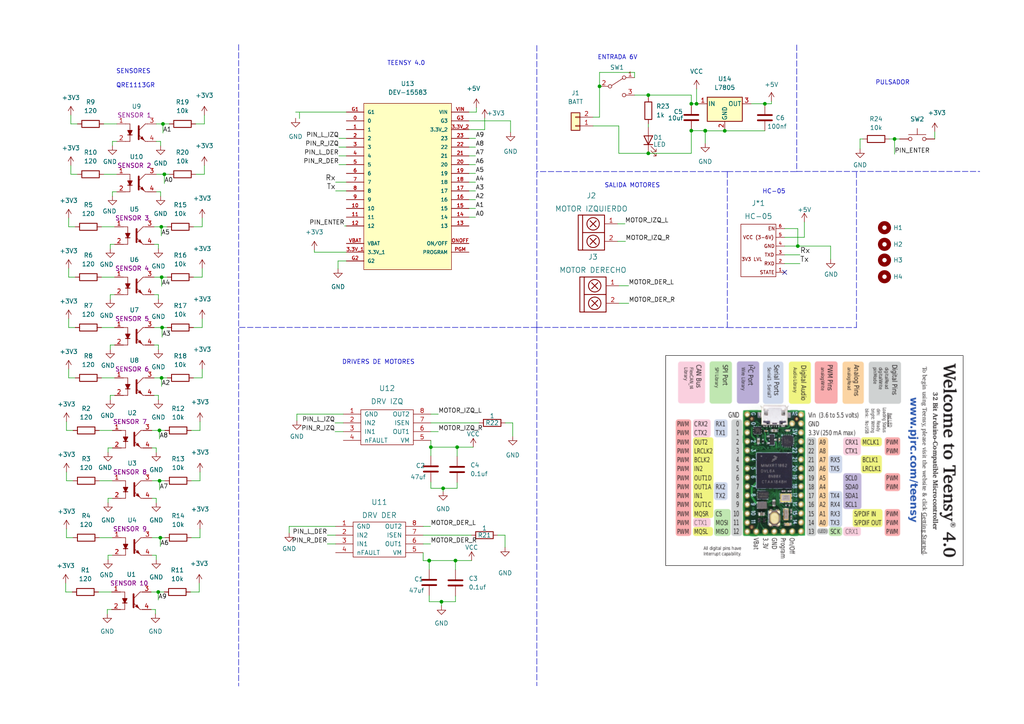
<source format=kicad_sch>
(kicad_sch (version 20211123) (generator eeschema)
  (paper "A4")
  (lib_symbols
    (symbol "+3V3_1" (power) (pin_names (offset 0))
      (property "Value" "+3V3_1" (at 0 3.556 0))
      (symbol "+3V3_1_1_1"
        (pin power_in line (at 0 0 90) (length 0) hide (name "+3V3") (number "1"))
      )
    )
    (symbol "+3V3_2" (power) (pin_names (offset 0))
      (property "Value" "+3V3_2" (at 0 3.556 0))
      (symbol "+3V3_2_1_1"
        (pin power_in line (at 0 0 90) (length 0) hide (name "+3V3") (number "1"))
      )
    )
    (symbol "+5V_1" (power) (pin_names (offset 0))
      (property "Value" "+5V_1" (at 0 3.556 0))
      (symbol "+5V_1_1_1"
        (pin power_in line (at 0 0 90) (length 0) hide (name "+5V") (number "1"))
      )
    )
    (symbol "+5V_2" (power) (pin_names (offset 0))
      (property "Value" "+5V_2" (at 0 3.556 0))
      (symbol "+5V_2_1_1"
        (pin power_in line (at 0 0 90) (length 0) hide (name "+5V") (number "1"))
      )
    )
    (symbol "Connector_Generic:Conn_01x02" (pin_names (offset 1.016) hide)
      (property "Reference" "J" (at 0 2.54 0))
      (property "Value" "Conn_01x02" (at 0 -5.08 0))
      (symbol "Conn_01x02_1_1"
        (pin passive line (at -5.08 0 0) (length 3.81) (name "Pin_1") (number "1"))
        (pin passive line (at -5.08 -2.54 0) (length 3.81) (name "Pin_2") (number "2"))
      )
    )
    (symbol "DEV-15583:DEV-15583" (pin_names (offset 1.016))
      (property "Reference" "U" (at -12.7 23.622 0))
      (property "Value" "DEV-15583" (at -12.7 -27.94 0))
      (symbol "DEV-15583_0_0"
        (pin bidirectional line (at -17.78 17.78 0) (length 5.08) (name "0") (number "0"))
        (pin bidirectional line (at -17.78 15.24 0) (length 5.08) (name "1") (number "1"))
        (pin bidirectional line (at -17.78 -7.62 0) (length 5.08) (name "10") (number "10"))
        (pin bidirectional line (at -17.78 -10.16 0) (length 5.08) (name "11") (number "11"))
        (pin bidirectional line (at -17.78 -12.7 0) (length 5.08) (name "12") (number "12"))
        (pin bidirectional line (at 17.78 -12.7 180) (length 5.08) (name "13") (number "13"))
        (pin bidirectional line (at 17.78 -10.16 180) (length 5.08) (name "14") (number "14"))
        (pin bidirectional line (at 17.78 -7.62 180) (length 5.08) (name "15") (number "15"))
        (pin bidirectional line (at 17.78 -5.08 180) (length 5.08) (name "16") (number "16"))
        (pin bidirectional line (at 17.78 -2.54 180) (length 5.08) (name "17") (number "17"))
        (pin bidirectional line (at 17.78 0 180) (length 5.08) (name "18") (number "18"))
        (pin bidirectional line (at 17.78 2.54 180) (length 5.08) (name "19") (number "19"))
        (pin bidirectional line (at -17.78 12.7 0) (length 5.08) (name "2") (number "2"))
        (pin bidirectional line (at 17.78 5.08 180) (length 5.08) (name "20") (number "20"))
        (pin bidirectional line (at 17.78 7.62 180) (length 5.08) (name "21") (number "21"))
        (pin bidirectional line (at 17.78 10.16 180) (length 5.08) (name "22") (number "22"))
        (pin bidirectional line (at 17.78 12.7 180) (length 5.08) (name "23") (number "23"))
        (pin bidirectional line (at -17.78 10.16 0) (length 5.08) (name "3") (number "3"))
        (pin power_in line (at -17.78 -20.32 0) (length 5.08) (name "3.3V_1") (number "3.3V_1"))
        (pin power_in line (at 17.78 15.24 180) (length 5.08) (name "3.3V_2") (number "3.3V_2"))
        (pin bidirectional line (at -17.78 7.62 0) (length 5.08) (name "4") (number "4"))
        (pin bidirectional line (at -17.78 5.08 0) (length 5.08) (name "5") (number "5"))
        (pin bidirectional line (at -17.78 2.54 0) (length 5.08) (name "6") (number "6"))
        (pin bidirectional line (at -17.78 0 0) (length 5.08) (name "7") (number "7"))
        (pin bidirectional line (at -17.78 -2.54 0) (length 5.08) (name "8") (number "8"))
        (pin bidirectional line (at -17.78 -5.08 0) (length 5.08) (name "9") (number "9"))
        (pin power_in line (at -17.78 20.32 0) (length 5.08) (name "G1") (number "G1"))
        (pin power_in line (at -17.78 -22.86 0) (length 5.08) (name "G2") (number "G2"))
        (pin power_in line (at 17.78 17.78 180) (length 5.08) (name "G3") (number "G3"))
        (pin bidirectional line (at 17.78 -17.78 180) (length 5.08) (name "ON/OFF") (number "ONOFF"))
        (pin bidirectional line (at 17.78 -20.32 180) (length 5.08) (name "PROGRAM") (number "PGM"))
        (pin power_in line (at -17.78 -17.78 0) (length 5.08) (name "VBAT") (number "VBAT"))
        (pin power_in line (at 17.78 20.32 180) (length 5.08) (name "VIN") (number "VIN"))
      )
    )
    (symbol "Device:C" (pin_numbers hide) (pin_names (offset 0.254))
      (property "Reference" "C" (at 0.635 2.54 0))
      (property "Value" "C" (at 0.635 -2.54 0))
      (symbol "C_1_1"
        (pin passive line (at 0 3.81 270) (length 2.794) (name "~") (number "1"))
        (pin passive line (at 0 -3.81 90) (length 2.794) (name "~") (number "2"))
      )
    )
    (symbol "Device:LED" (pin_numbers hide) (pin_names (offset 1.016) hide)
      (property "Reference" "D" (at 0 2.54 0))
      (property "Value" "LED" (at 0 -2.54 0))
      (symbol "LED_1_1"
        (pin passive line (at -3.81 0 0) (length 2.54) (name "K") (number "1"))
        (pin passive line (at 3.81 0 180) (length 2.54) (name "A") (number "2"))
      )
    )
    (symbol "Device:R" (pin_numbers hide) (pin_names (offset 0))
      (property "Reference" "R" (at 2.032 0 90))
      (property "Value" "R" (at 0 0 90))
      (symbol "R_1_1"
        (pin passive line (at 0 3.81 270) (length 1.27) (name "~") (number "1"))
        (pin passive line (at 0 -3.81 90) (length 1.27) (name "~") (number "2"))
      )
    )
    (symbol "EESTN58:SW_Push" (pin_numbers hide) (pin_names (offset 1.016) hide)
      (property "Reference" "SW" (at 1.27 2.54 0))
      (symbol "SW_Push_0_1"
        (pin passive line (at -5.08 0 0) (length 2.54) (name "1") (number "1"))
        (pin passive line (at 5.08 0 180) (length 2.54) (name "2") (number "2"))
      )
    )
    (symbol "EESTN5:DRV8872" (pin_names (offset 1.016))
      (property "Reference" "U" (at 0 6.35 0))
      (property "Value" "DRV8872" (at 0 -7.62 0))
      (symbol "DRV8872_1_1"
        (pin passive line (at -12.7 3.81 0) (length 5.08) (name "GND") (number "1"))
        (pin passive line (at -12.7 1.27 0) (length 5.08) (name "IN2") (number "2"))
        (pin passive line (at -12.7 -1.27 0) (length 5.08) (name "IN1") (number "3"))
        (pin passive line (at -12.7 -3.81 0) (length 5.08) (name "nFAULT") (number "4"))
        (pin passive line (at 12.7 -3.81 180) (length 5.08) (name "VM") (number "5"))
        (pin passive line (at 12.7 -1.27 180) (length 5.08) (name "OUT1") (number "6"))
        (pin passive line (at 12.7 1.27 180) (length 5.08) (name "ISEN") (number "7"))
        (pin passive line (at 12.7 3.81 180) (length 5.08) (name "OUT2") (number "8"))
      )
    )
    (symbol "EESTN5:HC-05" (pin_names (offset 0))
      (property "Reference" "J*" (at 1.27 10.16 0))
      (property "Value" "HC-05" (at 1.27 -10.16 0))
      (symbol "HC-05_0_0"
        (text "3V3 LVL" (at 6.985 2.54 0) (effects (font (size 0.9906 0.9906))))
        (text "EN" (at 1.27 -6.35 0) (effects (font (size 0.9906 0.9906))))
        (text "GND" (at 1.905 -1.27 0) (effects (font (size 0.9906 0.9906))))
        (text "RXD" (at 1.905 3.81 0) (effects (font (size 0.9906 0.9906))))
        (text "STATE" (at 2.54 6.35 0) (effects (font (size 0.9906 0.9906))))
        (text "TXD" (at 1.905 1.27 0) (effects (font (size 0.9906 0.9906))))
        (text "VCC (3-6V)" (at 5.08 -3.81 0) (effects (font (size 0.9906 0.9906))))
      )
      (symbol "HC-05_1_1"
        (pin passive line (at -2.54 6.35 0) (length 2.54) (name "~") (number "1"))
        (pin passive line (at -2.54 3.81 0) (length 2.54) (name "~") (number "2"))
        (pin passive line (at -2.54 1.27 0) (length 2.54) (name "~") (number "3"))
        (pin passive line (at -2.54 -1.27 0) (length 2.54) (name "~") (number "4"))
        (pin input line (at -2.54 -3.81 0) (length 2.54) (name "~") (number "5"))
        (pin input line (at -2.54 -6.35 0) (length 2.54) (name "~") (number "6"))
      )
    )
    (symbol "EESTN5:Mounting_Hole" (pin_names (offset 1.016))
      (property "Reference" "H" (at 0 5.08 0))
    )
    (symbol "EESTN5:QRE1113" (pin_names (offset 1.016))
      (property "Reference" "U" (at -5.08 5.08 0))
      (property "Datasheet" "https://www.fairchildsemi.com/products/optoelectronics/infrared/reflective-sensors/QRE1113.html" (at -1.27 0 0))
      (symbol "QRE1113_1_1"
        (pin passive line (at -5.08 2.54 0) (length 2.54) (name "~") (number "1"))
        (pin passive line (at -5.08 -2.54 0) (length 2.54) (name "~") (number "2"))
        (pin passive line (at 6.35 2.54 180) (length 2.54) (name "~") (number "3"))
        (pin passive line (at 6.35 -2.54 180) (length 2.54) (name "~") (number "4"))
      )
    )
    (symbol "EESTN5:SW_SPDT" (pin_names (offset 0) hide)
      (property "Reference" "SW" (at 0 4.318 0))
      (symbol "SW_SPDT_1_1"
        (pin passive line (at 5.08 2.54 180) (length 2.54) (name "A") (number "1"))
        (pin passive line (at -5.08 0 0) (length 2.54) (name "B") (number "2"))
        (pin passive line (at 5.08 -2.54 180) (length 2.54) (name "C") (number "3"))
      )
    )
    (symbol "EESvggTN5:TB_1X2" (pin_names (offset 1.016))
      (property "Reference" "J" (at 0 7.62 0))
      (property "Value" "TB_1X2" (at 1.27 -7.62 0))
      (symbol "TB_1X2_1_1"
        (pin input line (at 8.89 2.54 180) (length 3.81) (name "~") (number "1"))
        (pin input line (at 8.89 -2.54 180) (length 3.81) (name "~") (number "2"))
      )
    )
    (symbol "GND_1" (power) (pin_names (offset 0))
      (property "Value" "GND_1" (at 0 -3.81 0))
      (symbol "GND_1_1_1"
        (pin power_in line (at 0 0 270) (length 0) hide (name "GND") (number "1"))
      )
    )
    (symbol "GND_2" (power) (pin_names (offset 0))
      (property "Value" "GND_2" (at 0 -3.81 0))
      (symbol "GND_2_1_1"
        (pin power_in line (at 0 0 270) (length 0) hide (name "GND") (number "1"))
      )
    )
    (symbol "GND_3" (power) (pin_names (offset 0))
      (property "Value" "GND_3" (at 0 -3.81 0))
      (symbol "GND_3_1_1"
        (pin power_in line (at 0 0 270) (length 0) hide (name "GND") (number "1"))
      )
    )
    (symbol "GND_4" (power) (pin_names (offset 0))
      (property "Value" "GND_4" (at 0 -3.81 0))
      (symbol "GND_4_1_1"
        (pin power_in line (at 0 0 270) (length 0) hide (name "GND") (number "1"))
      )
    )
    (symbol "GND_5" (power) (pin_names (offset 0))
      (property "Value" "GND_5" (at 0 -3.81 0))
      (symbol "GND_5_1_1"
        (pin power_in line (at 0 0 270) (length 0) hide (name "GND") (number "1"))
      )
    )
    (symbol "GND_6" (power) (pin_names (offset 0))
      (property "Value" "GND_6" (at 0 -3.81 0))
      (symbol "GND_6_1_1"
        (pin power_in line (at 0 0 270) (length 0) hide (name "GND") (number "1"))
      )
    )
    (symbol "GND_7" (power) (pin_names (offset 0))
      (property "Value" "GND_7" (at 0 -3.81 0))
      (symbol "GND_7_1_1"
        (pin power_in line (at 0 0 270) (length 0) hide (name "GND") (number "1"))
      )
    )
    (symbol "GND_8" (power) (pin_names (offset 0))
      (property "Value" "GND_8" (at 0 -3.81 0))
      (symbol "GND_8_1_1"
        (pin power_in line (at 0 0 270) (length 0) hide (name "GND") (number "1"))
      )
    )
    (symbol "Regulator_Linear:L7805" (pin_names (offset 0.254))
      (property "Reference" "U" (at -3.81 3.175 0))
      (property "Value" "L7805" (at 0 3.175 0))
      (symbol "L7805_1_1"
        (pin power_in line (at -7.62 0 0) (length 2.54) (name "IN") (number "1"))
        (pin power_in line (at 0 -7.62 90) (length 2.54) (name "GND") (number "2"))
        (pin power_out line (at 7.62 0 180) (length 2.54) (name "OUT") (number "3"))
      )
    )
    (symbol "power:+3.3V" (power) (pin_names (offset 0))
      (property "Value" "+3.3V" (at 0 3.556 0))
      (symbol "+3.3V_1_1"
        (pin power_in line (at 0 0 90) (length 0) hide (name "+3V3") (number "1"))
      )
    )
    (symbol "power:+3V3" (power) (pin_names (offset 0))
      (property "Value" "+3V3" (at 0 3.556 0))
      (symbol "+3V3_1_1"
        (pin power_in line (at 0 0 90) (length 0) hide (name "+3V3") (number "1"))
      )
    )
    (symbol "power:+5V" (power) (pin_names (offset 0))
      (property "Value" "+5V" (at 0 3.556 0))
      (symbol "+5V_1_1"
        (pin power_in line (at 0 0 90) (length 0) hide (name "+5V") (number "1"))
      )
    )
    (symbol "power:GND" (power) (pin_names (offset 0))
      (property "Value" "GND" (at 0 -3.81 0))
      (symbol "GND_1_1"
        (pin power_in line (at 0 0 270) (length 0) hide (name "GND") (number "1"))
      )
    )
    (symbol "power:VCC" (power) (pin_names (offset 0))
      (property "Value" "VCC" (at 0 3.81 0))
      (symbol "VCC_1_1"
        (pin power_in line (at 0 0 90) (length 0) hide (name "VCC") (number "1"))
      )
    )
  )
  (junction (at 188.0362 27.5844))
  (junction (at 221.8436 30.099))
  (junction (at 204.5462 37.9476))
  (junction (at 46.863 109.601))
  (junction (at 47.6758 50.546))
  (junction (at 132.588 129.6924))
  (junction (at 204.5462 37.8968))
  (junction (at 200.5076 37.8968))
  (junction (at 259.461 40.3098))
  (junction (at 46.2788 139.446))
  (junction (at 128.524 141.6304))
  (junction (at 45.8978 171.704))
  (junction (at 47.2694 35.941))
  (junction (at 132.1054 162.5854))
  (junction (at 124.4854 162.6108))
  (junction (at 46.2534 124.841))
  (junction (at 202.0316 30.099))
  (junction (at 231.394 71.374))
  (junction (at 124.968 129.6924))
  (junction (at 210.2104 37.9476))
  (junction (at 124.4854 162.5854))
  (junction (at 46.5074 155.956))
  (junction (at 188.0362 44.4754))
  (junction (at 128.0414 174.5234))
  (junction (at 200.5076 30.099))
  (junction (at 46.8884 80.391))
  (junction (at 47.0154 94.996))
  (junction (at 173.8884 25.0444))
  (junction (at 46.7868 65.786))
  (no_connect (at 227.584 78.994))
  (wire (pts (xy 144.3228 155.2194) (xy 146.4818 155.2194)))
  (wire (pts (xy 136.017 35.052) (xy 148.082 35.052)))
  (wire (pts (xy 146.4818 155.2194) (xy 146.4818 158.7754)))
  (wire (pts (xy 30.0736 50.546) (xy 33.8836 50.546)))
  (wire (pts (xy 31.115 176.784) (xy 31.115 178.054)))
  (wire (pts (xy 22.4536 35.941) (xy 20.5486 35.941)))
  (wire (pts (xy 58.6486 63.246) (xy 58.6486 65.786)))
  (wire (pts (xy 172.0088 36.5252) (xy 179.4764 36.5252)))
  (wire (pts (xy 200.5076 30.099) (xy 200.5076 30.2768)))
  (wire (pts (xy 200.5076 27.5844) (xy 200.5076 30.099)))
  (wire (pts (xy 57.785 171.704) (xy 55.245 171.704)))
  (wire (pts (xy 45.3136 129.921) (xy 45.3136 131.191)))
  (wire (pts (xy 45.3136 161.036) (xy 45.3136 162.306)))
  (wire (pts (xy 46.8884 80.391) (xy 48.4886 80.391)))
  (wire (pts (xy 21.1836 124.841) (xy 19.2786 124.841)))
  (wire (pts (xy 21.8186 80.391) (xy 19.9136 80.391)))
  (wire (pts (xy 47.2694 35.941) (xy 47.2694 38.5826)))
  (polyline (pts (xy 210.947 94.9706) (xy 210.947 49.7078)))
  (wire (pts (xy 128.0414 174.5234) (xy 132.1054 174.5234)))
  (wire (pts (xy 97.3328 55.372) (xy 100.457 55.372)))
  (wire (pts (xy 44.6786 109.601) (xy 46.863 109.601)))
  (wire (pts (xy 29.4386 65.786) (xy 33.2486 65.786)))
  (wire (pts (xy 148.082 35.052) (xy 148.082 38.354)))
  (wire (pts (xy 45.3136 35.941) (xy 47.2694 35.941)))
  (wire (pts (xy 47.6758 50.546) (xy 47.6758 53.213)))
  (wire (pts (xy 33.8836 55.626) (xy 32.6136 55.626)))
  (wire (pts (xy 200.5076 37.8968) (xy 200.5076 44.4754)))
  (wire (pts (xy 58.0136 155.956) (xy 55.4736 155.956)))
  (wire (pts (xy 124.968 122.6566) (xy 138.938 122.6566)))
  (wire (pts (xy 46.5074 155.956) (xy 47.8536 155.956)))
  (wire (pts (xy 232.029 73.914) (xy 227.584 73.914)))
  (wire (pts (xy 33.2486 85.471) (xy 31.9786 85.471)))
  (wire (pts (xy 83.8708 152.6794) (xy 83.8708 154.5844)))
  (polyline (pts (xy 155.702 94.9706) (xy 155.702 198.8566)))
  (polyline (pts (xy 248.412 94.996) (xy 248.412 49.784)))
  (wire (pts (xy 46.7868 65.786) (xy 46.7868 68.4022)))
  (wire (pts (xy 85.725 32.512) (xy 100.457 32.512)))
  (wire (pts (xy 132.1054 172.8724) (xy 132.1054 174.5234)))
  (wire (pts (xy 128.0414 174.5234) (xy 128.0414 175.6918)))
  (wire (pts (xy 19.05 171.704) (xy 19.05 169.164)))
  (wire (pts (xy 124.4854 174.5234) (xy 128.0414 174.5234)))
  (wire (pts (xy 45.8978 171.704) (xy 45.8978 174.0154)))
  (wire (pts (xy 20.5486 50.546) (xy 20.5486 48.006)))
  (wire (pts (xy 45.9486 85.471) (xy 45.9486 86.741)))
  (wire (pts (xy 33.2486 70.866) (xy 31.9786 70.866)))
  (wire (pts (xy 179.1462 70.0024) (xy 181.4322 70.0024)))
  (wire (pts (xy 259.461 40.3098) (xy 259.461 44.704)))
  (wire (pts (xy 31.9786 100.076) (xy 31.9786 101.346)))
  (wire (pts (xy 44.0436 139.446) (xy 46.2788 139.446)))
  (wire (pts (xy 19.9136 80.391) (xy 19.9136 77.851)))
  (wire (pts (xy 45.9486 100.076) (xy 45.9486 101.346)))
  (wire (pts (xy 44.0436 129.921) (xy 45.3136 129.921)))
  (wire (pts (xy 46.5836 55.626) (xy 46.5836 56.896)))
  (wire (pts (xy 46.5074 155.956) (xy 46.5074 158.496)))
  (wire (pts (xy 28.8036 139.446) (xy 32.6136 139.446)))
  (wire (pts (xy 44.0436 144.526) (xy 45.3136 144.526)))
  (wire (pts (xy 259.461 40.3098) (xy 260.9596 40.3098)))
  (wire (pts (xy 100.457 47.752) (xy 98.298 47.752)))
  (wire (pts (xy 124.4854 165.1254) (xy 124.4854 162.6108)))
  (wire (pts (xy 202.0316 25.8064) (xy 202.0316 30.099)))
  (wire (pts (xy 179.1462 64.9224) (xy 181.2798 64.9224)))
  (wire (pts (xy 47.0154 94.996) (xy 48.4886 94.996)))
  (wire (pts (xy 46.863 109.601) (xy 48.4886 109.601)))
  (wire (pts (xy 32.6136 41.021) (xy 32.6136 42.291)))
  (wire (pts (xy 204.5462 37.9476) (xy 204.5462 41.529)))
  (wire (pts (xy 43.815 171.704) (xy 45.8978 171.704)))
  (wire (pts (xy 233.299 68.834) (xy 227.584 68.834)))
  (wire (pts (xy 46.2788 139.446) (xy 46.2788 142.113)))
  (wire (pts (xy 44.6786 70.866) (xy 45.9486 70.866)))
  (wire (pts (xy 132.588 139.9794) (xy 132.588 141.6304)))
  (wire (pts (xy 98.044 75.692) (xy 98.044 77.978)))
  (wire (pts (xy 57.785 169.164) (xy 57.785 171.704)))
  (wire (pts (xy 124.968 129.6924) (xy 124.968 132.207)))
  (wire (pts (xy 45.3136 41.021) (xy 46.5836 41.021)))
  (polyline (pts (xy 211.074 94.996) (xy 248.412 94.996)))
  (wire (pts (xy 94.9198 155.2194) (xy 97.3328 155.2194)))
  (wire (pts (xy 94.9198 157.7594) (xy 97.3328 157.7594)))
  (wire (pts (xy 227.584 71.374) (xy 231.394 71.374)))
  (wire (pts (xy 47.2694 35.941) (xy 49.1236 35.941)))
  (wire (pts (xy 58.0136 122.301) (xy 58.0136 124.841)))
  (wire (pts (xy 33.8836 41.021) (xy 32.6136 41.021)))
  (wire (pts (xy 271.1196 38.227) (xy 271.1196 40.3098)))
  (wire (pts (xy 86.868 32.6136) (xy 86.868 34.3916)))
  (wire (pts (xy 46.2534 124.841) (xy 46.2534 127.3048)))
  (wire (pts (xy 19.9136 65.786) (xy 19.9136 63.246)))
  (wire (pts (xy 232.029 76.454) (xy 227.584 76.454)))
  (polyline (pts (xy 155.702 13.1826) (xy 155.702 94.9706)))
  (wire (pts (xy 221.8436 30.099) (xy 223.7486 30.099)))
  (wire (pts (xy 210.2104 37.719) (xy 210.2104 37.9476)))
  (wire (pts (xy 45.3136 55.626) (xy 46.5836 55.626)))
  (wire (pts (xy 97.3328 52.832) (xy 100.457 52.832)))
  (wire (pts (xy 124.968 120.1166) (xy 127.127 120.1166)))
  (wire (pts (xy 136.017 47.752) (xy 137.922 47.752)))
  (wire (pts (xy 136.017 57.912) (xy 137.922 57.912)))
  (wire (pts (xy 136.017 52.832) (xy 137.922 52.832)))
  (polyline (pts (xy 155.6766 94.9706) (xy 210.947 94.9706)))
  (wire (pts (xy 31.3436 129.921) (xy 31.3436 131.191)))
  (wire (pts (xy 44.6786 85.471) (xy 45.9486 85.471)))
  (wire (pts (xy 83.8708 152.6794) (xy 97.3328 152.6794)))
  (wire (pts (xy 44.6786 94.996) (xy 47.0154 94.996)))
  (wire (pts (xy 21.1836 155.956) (xy 19.2786 155.956)))
  (wire (pts (xy 140.589 34.3154) (xy 140.589 37.592)))
  (wire (pts (xy 29.4386 109.601) (xy 33.2486 109.601)))
  (wire (pts (xy 136.017 62.992) (xy 137.922 62.992)))
  (wire (pts (xy 21.8186 109.601) (xy 19.9136 109.601)))
  (wire (pts (xy 32.6136 129.921) (xy 31.3436 129.921)))
  (wire (pts (xy 231.394 71.374) (xy 240.919 71.374)))
  (wire (pts (xy 58.6486 107.061) (xy 58.6486 109.601)))
  (wire (pts (xy 46.863 109.601) (xy 46.863 112.0648)))
  (wire (pts (xy 58.6486 80.391) (xy 56.1086 80.391)))
  (wire (pts (xy 58.0136 139.446) (xy 55.4736 139.446)))
  (wire (pts (xy 132.1054 162.5854) (xy 132.1054 165.2524)))
  (wire (pts (xy 223.7486 29.3624) (xy 223.7486 30.099)))
  (wire (pts (xy 46.2534 124.841) (xy 47.8536 124.841)))
  (wire (pts (xy 132.1054 162.5854) (xy 136.779 162.5854)))
  (wire (pts (xy 20.5486 35.941) (xy 20.5486 33.401)))
  (wire (pts (xy 249.4534 40.3098) (xy 250.2916 40.3098)))
  (wire (pts (xy 98.298 40.132) (xy 100.457 40.132)))
  (wire (pts (xy 47.6758 50.546) (xy 49.1236 50.546)))
  (wire (pts (xy 122.7328 155.2194) (xy 136.7028 155.2194)))
  (wire (pts (xy 59.2836 50.546) (xy 56.7436 50.546)))
  (wire (pts (xy 43.815 176.784) (xy 45.085 176.784)))
  (wire (pts (xy 31.9786 114.681) (xy 31.9786 115.951)))
  (wire (pts (xy 44.0436 161.036) (xy 45.3136 161.036)))
  (wire (pts (xy 122.7328 162.6108) (xy 124.4854 162.6108)))
  (wire (pts (xy 45.085 176.784) (xy 45.085 178.054)))
  (wire (pts (xy 200.5076 44.4754) (xy 188.0362 44.4754)))
  (wire (pts (xy 45.9486 114.681) (xy 45.9486 115.951)))
  (wire (pts (xy 58.6486 65.786) (xy 56.1086 65.786)))
  (wire (pts (xy 146.558 122.6566) (xy 148.717 122.6566)))
  (wire (pts (xy 31.9786 70.866) (xy 31.9786 72.136)))
  (wire (pts (xy 21.1836 139.446) (xy 19.2786 139.446)))
  (polyline (pts (xy 155.702 94.9706) (xy 69.215 94.9706)))
  (wire (pts (xy 179.4764 44.4754) (xy 188.0362 44.4754)))
  (wire (pts (xy 122.7328 162.6108) (xy 122.7328 160.2994)))
  (wire (pts (xy 28.8036 124.841) (xy 32.6136 124.841)))
  (wire (pts (xy 58.6486 94.996) (xy 56.1086 94.996)))
  (wire (pts (xy 45.3136 144.526) (xy 45.3136 145.796)))
  (wire (pts (xy 45.3136 50.546) (xy 47.6758 50.546)))
  (wire (pts (xy 31.3436 144.526) (xy 31.3436 145.796)))
  (wire (pts (xy 33.2486 114.681) (xy 31.9786 114.681)))
  (wire (pts (xy 124.4854 162.5854) (xy 132.1054 162.5854)))
  (wire (pts (xy 32.6136 144.526) (xy 31.3436 144.526)))
  (wire (pts (xy 86.106 120.1166) (xy 86.106 122.0216)))
  (wire (pts (xy 59.2836 35.941) (xy 56.7436 35.941)))
  (wire (pts (xy 58.6486 109.601) (xy 56.1086 109.601)))
  (wire (pts (xy 30.0736 35.941) (xy 33.8836 35.941)))
  (wire (pts (xy 136.017 55.372) (xy 137.922 55.372)))
  (polyline (pts (xy 231.0892 13.0302) (xy 231.0892 49.7586)))
  (wire (pts (xy 179.4764 36.5252) (xy 179.4764 44.4754)))
  (wire (pts (xy 233.299 64.389) (xy 233.299 68.834)))
  (wire (pts (xy 200.5076 30.099) (xy 202.0316 30.099)))
  (wire (pts (xy 19.9136 109.601) (xy 19.9136 107.061)))
  (wire (pts (xy 58.0136 153.416) (xy 58.0136 155.956)))
  (wire (pts (xy 21.8186 94.996) (xy 19.9136 94.996)))
  (wire (pts (xy 173.8884 21.0058) (xy 173.8884 25.0444)))
  (wire (pts (xy 202.0316 30.099) (xy 202.5904 30.099)))
  (wire (pts (xy 58.0136 124.841) (xy 55.4736 124.841)))
  (wire (pts (xy 58.6486 77.851) (xy 58.6486 80.391)))
  (wire (pts (xy 45.9486 70.866) (xy 45.9486 72.136)))
  (wire (pts (xy 19.2786 124.841) (xy 19.2786 122.301)))
  (wire (pts (xy 124.968 141.6304) (xy 128.524 141.6304)))
  (wire (pts (xy 19.9136 94.996) (xy 19.9136 92.456)))
  (wire (pts (xy 128.524 141.6304) (xy 128.524 142.5194)))
  (wire (pts (xy 188.0362 27.5844) (xy 200.5076 27.5844)))
  (wire (pts (xy 29.4386 80.391) (xy 33.2486 80.391)))
  (wire (pts (xy 231.394 66.294) (xy 231.394 71.374)))
  (wire (pts (xy 31.9786 85.471) (xy 31.9786 86.741)))
  (wire (pts (xy 19.2786 155.956) (xy 19.2786 153.416)))
  (polyline (pts (xy 231.0892 49.7332) (xy 284.1244 49.7332)))
  (wire (pts (xy 32.6136 55.626) (xy 32.6136 56.896)))
  (wire (pts (xy 100.457 73.152) (xy 91.186 73.152)))
  (wire (pts (xy 132.588 129.6924) (xy 132.588 132.3594)))
  (wire (pts (xy 21.8186 65.786) (xy 19.9136 65.786)))
  (wire (pts (xy 124.968 125.1966) (xy 127.127 125.1966)))
  (wire (pts (xy 33.2486 100.076) (xy 31.9786 100.076)))
  (wire (pts (xy 124.4854 162.6108) (xy 124.4854 162.5854)))
  (wire (pts (xy 204.5462 37.8968) (xy 204.5462 37.9476)))
  (wire (pts (xy 46.8884 80.391) (xy 46.8884 83.0072)))
  (wire (pts (xy 136.017 42.672) (xy 137.922 42.672)))
  (wire (pts (xy 100.457 45.212) (xy 98.2726 45.212)))
  (wire (pts (xy 97.155 122.6566) (xy 99.568 122.6566)))
  (wire (pts (xy 98.298 42.672) (xy 100.457 42.672)))
  (wire (pts (xy 20.955 171.704) (xy 19.05 171.704)))
  (wire (pts (xy 240.919 71.374) (xy 240.919 75.184)))
  (wire (pts (xy 249.4534 40.3098) (xy 249.4534 43.2054)))
  (wire (pts (xy 136.017 50.292) (xy 137.922 50.292)))
  (wire (pts (xy 100.457 75.692) (xy 98.044 75.692)))
  (wire (pts (xy 204.5462 37.9476) (xy 210.2104 37.9476)))
  (wire (pts (xy 124.968 129.6924) (xy 132.588 129.6924)))
  (wire (pts (xy 22.4536 50.546) (xy 20.5486 50.546)))
  (polyline (pts (xy 155.702 198.8566) (xy 155.7274 198.8566)))
  (wire (pts (xy 173.8884 25.0444) (xy 173.8884 33.9852)))
  (wire (pts (xy 32.6136 161.036) (xy 31.3436 161.036)))
  (wire (pts (xy 217.8304 30.099) (xy 221.8436 30.099)))
  (wire (pts (xy 136.017 60.452) (xy 137.922 60.452)))
  (polyline (pts (xy 210.947 49.7586) (xy 155.702 49.7586)))
  (wire (pts (xy 138.176 31.242) (xy 138.176 32.512)))
  (wire (pts (xy 44.0436 155.956) (xy 46.5074 155.956)))
  (wire (pts (xy 46.5836 41.021) (xy 46.5836 42.291)))
  (wire (pts (xy 28.575 171.704) (xy 32.385 171.704)))
  (wire (pts (xy 179.6034 87.9602) (xy 182.372 87.9602)))
  (wire (pts (xy 44.6786 114.681) (xy 45.9486 114.681)))
  (polyline (pts (xy 284.1244 49.7332) (xy 284.1244 49.7586)))
  (wire (pts (xy 132.588 129.6924) (xy 137.2616 129.6924)))
  (wire (pts (xy 91.186 72.5424) (xy 91.186 73.152)))
  (wire (pts (xy 44.6786 65.786) (xy 46.7868 65.786)))
  (wire (pts (xy 184.0484 27.5844) (xy 188.0362 27.5844)))
  (wire (pts (xy 124.968 127.7366) (xy 124.968 129.6924)))
  (wire (pts (xy 200.5076 37.8968) (xy 204.5462 37.8968)))
  (wire (pts (xy 58.6486 92.456) (xy 58.6486 94.996)))
  (wire (pts (xy 184.0484 21.0058) (xy 173.8884 21.0058)))
  (wire (pts (xy 227.584 66.294) (xy 231.394 66.294)))
  (wire (pts (xy 29.4386 94.996) (xy 33.2486 94.996)))
  (wire (pts (xy 46.2788 139.446) (xy 47.8536 139.446)))
  (wire (pts (xy 136.017 45.212) (xy 137.922 45.212)))
  (wire (pts (xy 173.8884 33.9852) (xy 172.0088 33.9852)))
  (wire (pts (xy 184.0484 22.5044) (xy 184.0484 21.0058)))
  (wire (pts (xy 97.155 125.1966) (xy 99.568 125.1966)))
  (wire (pts (xy 136.017 37.592) (xy 140.589 37.592)))
  (wire (pts (xy 32.385 176.784) (xy 31.115 176.784)))
  (wire (pts (xy 210.2104 37.9476) (xy 221.8436 37.9476)))
  (wire (pts (xy 47.0154 94.996) (xy 47.0154 97.79)))
  (wire (pts (xy 59.2836 48.006) (xy 59.2836 50.546)))
  (wire (pts (xy 31.3436 161.036) (xy 31.3436 162.306)))
  (wire (pts (xy 124.968 139.827) (xy 124.968 141.6304)))
  (wire (pts (xy 44.6786 80.391) (xy 46.8884 80.391)))
  (wire (pts (xy 136.017 32.512) (xy 138.176 32.512)))
  (wire (pts (xy 46.7868 65.786) (xy 48.4886 65.786)))
  (polyline (pts (xy 69.215 12.9286) (xy 69.215 198.9836)))
  (polyline (pts (xy 210.947 49.7586) (xy 231.0892 49.7586)))
  (wire (pts (xy 148.717 122.6566) (xy 148.717 126.5428)))
  (wire (pts (xy 58.0136 136.906) (xy 58.0136 139.446)))
  (wire (pts (xy 45.8978 171.704) (xy 47.625 171.704)))
  (wire (pts (xy 221.8436 30.099) (xy 221.8436 30.3276)))
  (wire (pts (xy 136.017 40.132) (xy 137.9474 40.132)))
  (wire (pts (xy 19.2786 139.446) (xy 19.2786 136.906)))
  (wire (pts (xy 179.6034 82.8802) (xy 182.3212 82.8802)))
  (wire (pts (xy 86.106 120.1166) (xy 99.568 120.1166)))
  (wire (pts (xy 122.7328 152.6794) (xy 124.8918 152.6794)))
  (wire (pts (xy 44.6786 100.076) (xy 45.9486 100.076)))
  (wire (pts (xy 122.7328 157.7594) (xy 124.8918 157.7594)))
  (wire (pts (xy 188.0362 35.9156) (xy 188.0362 36.8554)))
  (wire (pts (xy 257.9116 40.3098) (xy 259.461 40.3098)))
  (wire (pts (xy 28.8036 155.956) (xy 32.6136 155.956)))
  (wire (pts (xy 99.949 65.532) (xy 100.457 65.532)))
  (wire (pts (xy 188.0362 27.5844) (xy 188.0362 28.2956)))
  (wire (pts (xy 44.0436 124.841) (xy 46.2534 124.841)))
  (wire (pts (xy 128.524 141.6304) (xy 132.588 141.6304)))
  (wire (pts (xy 124.4854 172.7454) (xy 124.4854 174.5234)))
  (wire (pts (xy 59.2836 33.401) (xy 59.2836 35.941)))
  (image (at 236.22 133.5786) (scale 1.88987))
  (text "HC-05\n" (at 221.0816 56.388 0) (effects (font (size 1.27 1.27)) (justify left bottom)))
  (text "DRIVERS DE MOTORES\n" (at 99.187 105.8672 0) (effects (font (size 1.27 1.27)) (justify left bottom)))
  (text "ENTRADA 6V\n\n" (at 173.3042 19.5326 0) (effects (font (size 1.27 1.27)) (justify left bottom)))
  (text "SENSORES \n\nQRE1113GR" (at 33.655 25.6286 0) (effects (font (size 1.27 1.27)) (justify left bottom)))
  (text "SALIDA MOTORES\n" (at 175.3108 54.6354 0) (effects (font (size 1.27 1.27)) (justify left bottom)))
  (text "TEENSY 4.0\n" (at 112.268 19.177 0) (effects (font (size 1.27 1.27)) (justify left bottom)))
  (text "PULSADOR\n" (at 253.8984 24.7904 0) (effects (font (size 1.27 1.27)) (justify left bottom)))
  (label "PIN_L_DER" (at 94.9198 155.2194 180))
  (label "A5" (at 137.922 50.292 0))
  (label "A6" (at 46.5074 158.496 0))
  (label "PIN_R_IZQ" (at 98.298 42.672 180))
  (label "A3" (at 137.922 55.372 0))
  (label "MOTOR_IZQ_R" (at 181.4322 70.0024 0))
  (label "Rx" (at 232.029 73.914 0) (effects (font (size 1.524 1.524))))
  (label "MOTOR_IZQ_L" (at 181.2798 64.9224 0))
  (label "PIN_L_IZQ" (at 98.298 40.132 180))
  (label "A1" (at 47.2694 38.5826 0))
  (label "PIN_ENTER" (at 99.949 65.532 180))
  (label "PIN_ENTER" (at 259.461 44.704 0))
  (label "MOTOR_DER_R" (at 182.372 87.9602 0))
  (label "A9" (at 45.8978 174.0154 0))
  (label "PIN_L_IZQ" (at 97.155 122.6566 180))
  (label "A0" (at 47.6758 53.213 0))
  (label "A4" (at 137.922 52.832 0))
  (label "PIN_R_DER" (at 94.9198 157.7594 180))
  (label "PIN_R_IZQ" (at 97.155 125.1966 180))
  (label "PIN_L_DER" (at 98.2726 45.212 180))
  (label "A9" (at 137.9474 40.132 0))
  (label "A5" (at 46.7868 68.4022 0))
  (label "MOTOR_IZQ_R" (at 127.127 125.1966 0))
  (label "A0" (at 137.922 62.992 0))
  (label "A2" (at 46.863 112.0648 0))
  (label "A2" (at 137.922 57.912 0))
  (label "A6" (at 137.922 47.752 0))
  (label "PIN_R_DER" (at 98.298 47.752 180))
  (label "Tx" (at 97.3328 55.372 180) (effects (font (size 1.524 1.524))))
  (label "A7" (at 137.922 45.212 0))
  (label "A8" (at 46.2534 127.3048 0))
  (label "A3" (at 47.0154 97.79 0))
  (label "A1" (at 137.922 60.452 0))
  (label "MOTOR_DER_L" (at 182.3212 82.8802 0))
  (label "Tx" (at 232.029 76.454 0) (effects (font (size 1.524 1.524))))
  (label "A8" (at 137.922 42.672 0))
  (label "MOTOR_DER_R" (at 124.8918 157.7594 0))
  (label "MOTOR_DER_L" (at 124.8918 152.6794 0))
  (label "Rx" (at 97.3328 52.832 180) (effects (font (size 1.524 1.524))))
  (label "A7" (at 46.2788 142.113 0))
  (label "A4" (at 46.8884 83.0072 0))
  (label "MOTOR_IZQ_L" (at 127.127 120.1166 0))
  (symbol (lib_id "Device:R") (at 140.5128 155.2194 90) (unit 1)
    (property "Reference" "R21" (at 140.5128 155.2194 90))
    (property "Value" "1" (at 140.5128 153.1874 90))
    (property "Footprint" "EESTN5:R_0805" (effects hide))
  )
  (symbol (lib_id "power:+3V3") (at 58.0136 153.416 0) (unit 1)
    (property "Reference" "#PWR0122" (effects hide))
    (property "Value" "+3V3" (at 58.0136 147.701 0))
  )
  (symbol (lib_id "power:+3V3") (at 58.6486 77.851 0) (unit 1)
    (property "Reference" "#PWR0142" (effects hide))
    (property "Value" "+3V3" (at 58.6486 72.136 0))
  )
  (symbol (lib_id "Regulator_Linear:L7805") (at 210.2104 30.099 0) (unit 1)
    (property "Reference" "U14" (at 210.2104 22.86 0))
    (property "Value" "L7805" (at 210.2104 25.4 0))
    (property "Footprint" "EESTN5:SOT223" (effects hide))
    (property "Datasheet" "http://www.st.com/content/ccc/resource/technical/document/datasheet/41/4f/b3/b0/12/d4/47/88/CD00000444.pdf/files/CD00000444.pdf/jcr:content/translations/en.CD00000444.pdf" (effects hide))
  )
  (symbol (lib_id "Device:R") (at 25.6286 94.996 90) (unit 1)
    (property "Reference" "R7" (at 25.6286 88.646 90))
    (property "Value" "120" (at 25.6286 91.186 90))
    (property "Footprint" "EESTN5:R_0805" (effects hide))
  )
  (symbol (lib_id "Device:R") (at 51.6636 124.841 90) (unit 1)
    (property "Reference" "R12" (at 51.6636 118.491 90))
    (property "Value" "10k" (at 51.6636 121.031 90))
    (property "Footprint" "EESTN5:R_0805" (effects hide))
  )
  (symbol (lib_id "power:GND") (at 31.9786 101.346 0) (unit 1)
    (property "Reference" "#PWR0109" (effects hide))
    (property "Value" "GND" (at 31.2928 105.9942 0))
  )
  (symbol (lib_id "Device:R") (at 51.6636 139.446 90) (unit 1)
    (property "Reference" "R13" (at 51.6636 133.096 90))
    (property "Value" "10k" (at 51.6636 135.636 90))
    (property "Footprint" "EESTN5:R_0805" (effects hide))
  )
  (symbol (lib_name "GND_8") (lib_id "power:GND") (at 249.4534 43.2054 0) (unit 1)
    (property "Reference" "#PWR0158" (effects hide))
    (property "Value" "GND" (at 249.4534 47.8536 0))
  )
  (symbol (lib_id "power:+3V3") (at 57.785 169.164 0) (unit 1)
    (property "Reference" "#PWR0121" (effects hide))
    (property "Value" "+3V3" (at 57.785 163.449 0))
  )
  (symbol (lib_id "Device:R") (at 188.0362 32.1056 0) (unit 1)
    (property "Reference" "R23" (at 190.3222 30.8355 0) (effects (justify left)))
    (property "Value" "1k" (at 190.3222 33.3755 0) (effects (justify left)))
    (property "Footprint" "EESTN5:R_0805" (effects hide))
  )
  (symbol (lib_id "EESTN58:SW_Push") (at 266.0396 40.3098 0) (unit 1)
    (property "Reference" "SW2" (at 266.0396 34.544 0))
    (property "Value" "SW_Push" (effects hide))
    (property "Footprint" "EESTN5:SW_PUSH-12mm" (effects hide))
  )
  (symbol (lib_id "power:GND") (at 45.9486 115.951 0) (unit 1)
    (property "Reference" "#PWR0112" (effects hide))
    (property "Value" "GND" (at 45.9486 121.031 0))
  )
  (symbol (lib_id "power:+5V") (at 233.299 64.389 0) (unit 1)
    (property "Reference" "#PWR0160" (effects hide))
    (property "Value" "+5V" (at 233.299 60.833 0))
  )
  (symbol (lib_id "Device:C") (at 132.1054 169.0624 0) (unit 1)
    (property "Reference" "C3" (at 135.9154 167.7923 0) (effects (justify left)))
    (property "Value" "0.1uf" (at 135.9154 170.3323 0) (effects (justify left)))
    (property "Footprint" "EESTN5:C_0805" (effects hide))
  )
  (symbol (lib_id "power:+3V3") (at 20.5486 48.006 0) (unit 1)
    (property "Reference" "#PWR0132" (effects hide))
    (property "Value" "+3V3" (at 20.5486 42.926 0))
  )
  (symbol (lib_id "Device:C") (at 124.4854 168.9354 0) (unit 1)
    (property "Reference" "C1" (at 120.1166 167.9702 0) (effects (justify left)))
    (property "Value" "47uf" (at 123.063 171.2722 0) (effects (justify right)))
    (property "Footprint" "EESTN5:C_0805" (effects hide))
  )
  (symbol (lib_name "GND_7") (lib_id "power:GND") (at 128.524 142.5194 0) (unit 1)
    (property "Reference" "#PWR0154" (effects hide))
    (property "Value" "GND" (at 128.524 147.5994 0))
  )
  (symbol (lib_id "EESTN5:QRE1113") (at 37.6936 127.381 0) (unit 1)
    (property "Reference" "U2" (at 38.3286 119.761 0))
    (property "Value" "QRE1113" (effects hide))
    (property "Footprint" "qre1113:SOIC180P460X187-4N" (effects hide))
    (property "Datasheet" "SENSOR 7" (at 37.6936 122.301 0))
  )
  (symbol (lib_id "power:GND") (at 31.115 178.054 0) (unit 1)
    (property "Reference" "#PWR0134" (effects hide))
    (property "Value" "GND" (at 31.115 183.134 0))
  )
  (symbol (lib_name "+3V3_1") (lib_id "power:+3V3") (at 140.589 34.3154 0) (mirror y) (unit 1)
    (property "Reference" "#PWR0150" (effects hide))
    (property "Value" "+3V3" (at 143.7894 32.8168 0))
  )
  (symbol (lib_name "GND_4") (lib_id "power:GND") (at 98.044 77.978 0) (unit 1)
    (property "Reference" "#PWR0146" (effects hide))
    (property "Value" "GND" (at 98.044 83.185 0))
  )
  (symbol (lib_id "Device:R") (at 25.6286 65.786 90) (unit 1)
    (property "Reference" "R5" (at 25.6286 59.436 90))
    (property "Value" "120" (at 25.6286 61.976 90))
    (property "Footprint" "EESTN5:R_0805" (effects hide))
  )
  (symbol (lib_id "EESTN5:DRV8872") (at 110.0328 156.4894 0) (unit 1)
    (property "Reference" "U11" (at 110.0328 145.6436 0) (effects (font (size 1.524 1.524))))
    (property "Value" "DRV DER" (at 110.0328 149.4536 0) (effects (font (size 1.524 1.524))))
    (property "Footprint" "EESTN5:SSOP-8" (effects hide))
  )
  (symbol (lib_id "power:+3V3") (at 58.6486 63.246 0) (unit 1)
    (property "Reference" "#PWR0143" (effects hide))
    (property "Value" "+3V3" (at 58.6486 57.531 0))
  )
  (symbol (lib_name "GND_6") (lib_id "power:GND") (at 86.106 122.0216 0) (unit 1)
    (property "Reference" "#PWR0140" (effects hide))
    (property "Value" "GND" (at 86.106 126.5936 0))
  )
  (symbol (lib_name "GND_5") (lib_id "power:GND") (at 148.717 126.5428 0) (unit 1)
    (property "Reference" "#PWR0141" (effects hide))
    (property "Value" "GND" (at 148.717 132.0038 0))
  )
  (symbol (lib_id "EESTN5:QRE1113") (at 37.465 174.244 0) (unit 1)
    (property "Reference" "U1" (at 38.1 166.624 0))
    (property "Value" "QRE1113" (effects hide))
    (property "Footprint" "qre1113:SOIC180P460X187-4N" (effects hide))
    (property "Datasheet" "SENSOR 10" (at 37.465 169.164 0))
  )
  (symbol (lib_id "power:+3V3") (at 59.2836 33.401 0) (unit 1)
    (property "Reference" "#PWR0130" (effects hide))
    (property "Value" "+3V3" (at 59.2836 27.686 0))
  )
  (symbol (lib_id "Device:R") (at 52.2986 65.786 90) (unit 1)
    (property "Reference" "R15" (at 52.2986 59.436 90))
    (property "Value" "10k" (at 52.2986 61.976 90))
    (property "Footprint" "EESTN5:R_0805" (effects hide))
  )
  (symbol (lib_id "Device:R") (at 26.2636 50.546 90) (unit 1)
    (property "Reference" "R10" (at 26.2636 44.196 90))
    (property "Value" "120" (at 26.2636 46.736 90))
    (property "Footprint" "EESTN5:R_0805" (effects hide))
  )
  (symbol (lib_id "Device:R") (at 142.748 122.6566 90) (unit 1)
    (property "Reference" "R22" (at 142.748 122.6566 90))
    (property "Value" "1" (at 142.748 120.6246 90))
    (property "Footprint" "EESTN5:R_0805" (effects hide))
  )
  (symbol (lib_id "Device:R") (at 25.6286 80.391 90) (unit 1)
    (property "Reference" "R6" (at 25.6286 74.041 90))
    (property "Value" "120" (at 25.6286 76.581 90))
    (property "Footprint" "EESTN5:R_0805" (effects hide))
  )
  (symbol (lib_id "power:+3V3") (at 58.6486 107.061 0) (unit 1)
    (property "Reference" "#PWR0105" (effects hide))
    (property "Value" "+3V3" (at 58.6486 101.346 0))
  )
  (symbol (lib_id "power:+3V3") (at 58.0136 136.906 0) (unit 1)
    (property "Reference" "#PWR0102" (effects hide))
    (property "Value" "+3V3" (at 58.0136 131.191 0))
  )
  (symbol (lib_id "Device:R") (at 254.1016 40.3098 90) (unit 1)
    (property "Reference" "R24" (at 254.1016 34.4932 90))
    (property "Value" "10k" (at 254.1016 37.0332 90))
    (property "Footprint" "EESTN5:R_0805" (effects hide))
  )
  (symbol (lib_name "+5V_2") (lib_id "power:+5V") (at 138.176 31.242 0) (unit 1)
    (property "Reference" "#PWR0151" (effects hide))
    (property "Value" "+5V" (at 137.3124 25.6794 0))
  )
  (symbol (lib_id "EESTN5:HC-05") (at 225.044 72.644 180) (unit 1)
    (property "Reference" "J*1" (at 219.964 58.928 0) (effects (font (size 1.524 1.524))))
    (property "Value" "HC-05" (at 219.964 62.738 0) (effects (font (size 1.524 1.524))))
    (property "Footprint" "EESTN5:HC-05" (effects hide))
  )
  (symbol (lib_id "power:+3V3") (at 19.9136 92.456 0) (unit 1)
    (property "Reference" "#PWR0107" (effects hide))
    (property "Value" "+3V3" (at 19.9136 87.376 0))
  )
  (symbol (lib_name "GND_1") (lib_id "power:GND") (at 204.5462 41.529 0) (unit 1)
    (property "Reference" "#PWR0152" (effects hide))
    (property "Value" "GND" (at 204.5462 46.863 0))
  )
  (symbol (lib_id "power:VCC") (at 137.2616 129.6924 0) (unit 1)
    (property "Reference" "#PWR0153" (effects hide))
    (property "Value" "VCC" (at 137.2616 125.8824 0))
  )
  (symbol (lib_id "power:+3V3") (at 19.2786 122.301 0) (unit 1)
    (property "Reference" "#PWR0113" (effects hide))
    (property "Value" "+3V3" (at 19.2786 117.221 0))
  )
  (symbol (lib_id "power:GND") (at 240.919 75.184 0) (unit 1)
    (property "Reference" "#PWR0159" (effects hide))
    (property "Value" "GND" (at 241.046 79.5782 0))
  )
  (symbol (lib_id "Device:R") (at 52.2986 109.601 90) (unit 1)
    (property "Reference" "R18" (at 52.2986 103.251 90))
    (property "Value" "10k" (at 52.2986 105.791 90))
    (property "Footprint" "EESTN5:R_0805" (effects hide))
  )
  (symbol (lib_id "power:GND") (at 32.6136 56.896 0) (unit 1)
    (property "Reference" "#PWR0124" (effects hide))
    (property "Value" "GND" (at 31.75 61.2648 0))
  )
  (symbol (lib_id "Device:C") (at 200.5076 34.0868 0) (unit 1)
    (property "Reference" "C5" (at 195.3768 32.385 0) (effects (justify left)))
    (property "Value" "10uf" (at 193.7004 34.2392 0) (effects (justify left)))
    (property "Footprint" "EESTN5:C_0805" (effects hide))
  )
  (symbol (lib_id "power:+3V3") (at 58.6486 92.456 0) (unit 1)
    (property "Reference" "#PWR0144" (effects hide))
    (property "Value" "+3V3" (at 58.6486 86.741 0))
  )
  (symbol (lib_id "EESvggTN5:TB_1X2") (at 170.7134 85.4202 0) (unit 1)
    (property "Reference" "J3" (at 171.9834 74.5236 0) (effects (font (size 1.524 1.524))))
    (property "Value" "MOTOR DERECHO" (at 171.9834 78.3336 0) (effects (font (size 1.524 1.524))))
    (property "Footprint" "Connector_JST:JST_EH_B2B-EH-A_1x02_P2.50mm_Vertical" (effects hide))
  )
  (symbol (lib_id "power:+3V3") (at 19.2786 153.416 0) (unit 1)
    (property "Reference" "#PWR0117" (effects hide))
    (property "Value" "+3V3" (at 19.2786 148.336 0))
  )
  (symbol (lib_id "Device:R") (at 51.435 171.704 90) (unit 1)
    (property "Reference" "R11" (at 51.435 165.354 90))
    (property "Value" "10k" (at 51.435 167.894 90))
    (property "Footprint" "EESTN5:R_0805" (effects hide))
  )
  (symbol (lib_id "EESTN5:QRE1113") (at 38.3286 97.536 0) (unit 1)
    (property "Reference" "U7" (at 38.9636 89.916 0))
    (property "Value" "QRE1113" (effects hide))
    (property "Footprint" "qre1113:SOIC180P460X187-4N" (effects hide))
    (property "Datasheet" "SENSOR 5" (at 38.3286 92.456 0))
  )
  (symbol (lib_id "EESTN5:Mounting_Hole") (at 256.54 75.438 0) (unit 1)
    (property "Reference" "H3" (at 259.08 75.4379 0) (effects (justify left)))
    (property "Value" "Mounting_Hole" (effects hide))
    (property "Footprint" "EESTN5:hole_3mm" (effects hide))
  )
  (symbol (lib_id "power:GND") (at 46.5836 42.291 0) (unit 1)
    (property "Reference" "#PWR0135" (effects hide))
    (property "Value" "GND" (at 46.5836 47.371 0))
  )
  (symbol (lib_id "power:+3.3V") (at 91.186 72.5424 0) (unit 1)
    (property "Reference" "#PWR0161" (effects hide))
    (property "Value" "+3.3V" (at 91.186 67.31 0))
  )
  (symbol (lib_name "GND_7") (lib_id "power:GND") (at 128.0414 175.6918 0) (unit 1)
    (property "Reference" "#PWR0139" (effects hide))
    (property "Value" "GND" (at 128.0414 180.7718 0))
  )
  (symbol (lib_id "Device:LED") (at 188.0362 40.6654 90) (unit 1)
    (property "Reference" "D1" (at 189.484 39.878 90) (effects (justify right)))
    (property "Value" "LED" (at 189.4586 41.8846 90) (effects (justify right)))
    (property "Footprint" "EESTN5:led_3mm_clear" (effects hide))
  )
  (symbol (lib_id "power:GND") (at 31.9786 72.136 0) (unit 1)
    (property "Reference" "#PWR0128" (effects hide))
    (property "Value" "GND" (at 30.9118 76.708 0))
  )
  (symbol (lib_id "Device:R") (at 52.9336 50.546 90) (unit 1)
    (property "Reference" "R20" (at 52.9336 44.196 90))
    (property "Value" "10k" (at 52.9336 46.736 90))
    (property "Footprint" "EESTN5:R_0805" (effects hide))
  )
  (symbol (lib_id "EESTN5:Mounting_Hole") (at 256.54 66.04 0) (unit 1)
    (property "Reference" "H1" (at 259.08 66.0399 0) (effects (justify left)))
    (property "Value" "Mounting_Hole" (effects hide))
    (property "Footprint" "EESTN5:hole_3mm" (effects hide))
  )
  (symbol (lib_id "power:GND") (at 45.085 178.054 0) (unit 1)
    (property "Reference" "#PWR0133" (effects hide))
    (property "Value" "GND" (at 45.085 183.134 0))
  )
  (symbol (lib_id "Device:R") (at 26.2636 35.941 90) (unit 1)
    (property "Reference" "R9" (at 26.2636 29.591 90))
    (property "Value" "120" (at 26.2636 32.131 90))
    (property "Footprint" "EESTN5:R_0805" (effects hide))
  )
  (symbol (lib_id "power:GND") (at 45.9486 86.741 0) (unit 1)
    (property "Reference" "#PWR0123" (effects hide))
    (property "Value" "GND" (at 45.9486 91.821 0))
  )
  (symbol (lib_id "Device:R") (at 24.9936 139.446 90) (unit 1)
    (property "Reference" "R3" (at 24.9936 133.096 90))
    (property "Value" "120" (at 24.9936 135.636 90))
    (property "Footprint" "EESTN5:R_0805" (effects hide))
  )
  (symbol (lib_id "power:GND") (at 31.9786 86.741 0) (unit 1)
    (property "Reference" "#PWR0108" (effects hide))
    (property "Value" "GND" (at 30.9118 91.5162 0))
  )
  (symbol (lib_id "power:GND") (at 31.9786 115.951 0) (unit 1)
    (property "Reference" "#PWR0114" (effects hide))
    (property "Value" "GND" (at 31.1404 120.523 0))
  )
  (symbol (lib_id "power:GND") (at 31.3436 162.306 0) (unit 1)
    (property "Reference" "#PWR0119" (effects hide))
    (property "Value" "GND" (at 30.8864 166.751 0))
  )
  (symbol (lib_id "power:GND") (at 46.5836 56.896 0) (unit 1)
    (property "Reference" "#PWR0148" (effects hide))
    (property "Value" "GND" (at 46.5836 61.976 0))
  )
  (symbol (lib_id "power:VCC") (at 202.0316 25.8064 0) (unit 1)
    (property "Reference" "#PWR0155" (effects hide))
    (property "Value" "VCC" (at 202.0316 20.7264 0))
  )
  (symbol (lib_id "EESTN5:Mounting_Hole") (at 256.54 80.264 0) (unit 1)
    (property "Reference" "H4" (at 259.08 80.2639 0) (effects (justify left)))
    (property "Value" "Mounting_Hole" (effects hide))
    (property "Footprint" "EESTN5:Pololu_Micro_Con_Soporte_Simple" (effects hide))
  )
  (symbol (lib_id "EESTN5:DRV8872") (at 112.268 123.9266 0) (unit 1)
    (property "Reference" "U12" (at 112.268 112.6236 0) (effects (font (size 1.524 1.524))))
    (property "Value" "DRV IZQ" (at 112.268 116.4336 0) (effects (font (size 1.524 1.524))))
    (property "Footprint" "EESTN5:SSOP-8" (effects hide))
  )
  (symbol (lib_id "power:GND") (at 45.3136 131.191 0) (unit 1)
    (property "Reference" "#PWR0101" (effects hide))
    (property "Value" "GND" (at 45.3136 136.271 0))
  )
  (symbol (lib_id "Device:R") (at 25.6286 109.601 90) (unit 1)
    (property "Reference" "R8" (at 25.6286 103.251 90))
    (property "Value" "120" (at 25.6286 105.791 90))
    (property "Footprint" "EESTN5:R_0805" (effects hide))
  )
  (symbol (lib_id "Device:R") (at 24.765 171.704 90) (unit 1)
    (property "Reference" "R1" (at 24.765 165.354 90))
    (property "Value" "120" (at 24.765 167.894 90))
    (property "Footprint" "EESTN5:R_0805" (effects hide))
  )
  (symbol (lib_id "power:GND") (at 45.9486 72.136 0) (unit 1)
    (property "Reference" "#PWR0127" (effects hide))
    (property "Value" "GND" (at 45.9486 77.216 0))
  )
  (symbol (lib_id "power:+3V3") (at 19.9136 107.061 0) (unit 1)
    (property "Reference" "#PWR0110" (effects hide))
    (property "Value" "+3V3" (at 19.9136 101.981 0))
  )
  (symbol (lib_id "Device:R") (at 52.2986 94.996 90) (unit 1)
    (property "Reference" "R17" (at 52.2986 88.646 90))
    (property "Value" "10k" (at 52.2986 91.186 90))
    (property "Footprint" "EESTN5:R_0805" (effects hide))
  )
  (symbol (lib_name "GND_3") (lib_id "power:GND") (at 85.725 34.29 0) (unit 1)
    (property "Reference" "#PWR0147" (effects hide))
    (property "Value" "GND" (at 85.725 39.624 0))
  )
  (symbol (lib_id "power:+3V3") (at 20.5486 33.401 0) (unit 1)
    (property "Reference" "#PWR0129" (effects hide))
    (property "Value" "+3V3" (at 20.5486 28.321 0))
  )
  (symbol (lib_id "EESTN5:SW_SPDT") (at 178.9684 25.0444 0) (unit 1)
    (property "Reference" "SW1" (at 178.9684 19.558 0))
    (property "Value" "SW_SPDT" (effects hide))
    (property "Footprint" "EESTN5:SW_SPDT_TH_Vertical" (effects hide))
  )
  (symbol (lib_id "power:GND") (at 31.3436 131.191 0) (unit 1)
    (property "Reference" "#PWR0104" (effects hide))
    (property "Value" "GND" (at 30.5054 135.6106 0))
  )
  (symbol (lib_id "EESTN5:QRE1113") (at 37.6936 141.986 0) (unit 1)
    (property "Reference" "U3" (at 38.3286 134.366 0))
    (property "Value" "QRE1113" (effects hide))
    (property "Footprint" "qre1113:SOIC180P460X187-4N" (effects hide))
    (property "Datasheet" "SENSOR 8" (at 37.6936 136.906 0))
  )
  (symbol (lib_id "power:+3V3") (at 19.05 169.164 0) (unit 1)
    (property "Reference" "#PWR0120" (effects hide))
    (property "Value" "+3V3" (at 19.05 164.084 0))
  )
  (symbol (lib_name "+5V_1") (lib_id "power:+5V") (at 223.7486 29.3624 0) (unit 1)
    (property "Reference" "#PWR0156" (effects hide))
    (property "Value" "+5V" (at 223.7486 24.5364 0))
  )
  (symbol (lib_id "power:GND") (at 31.3436 145.796 0) (unit 1)
    (property "Reference" "#PWR0118" (effects hide))
    (property "Value" "GND" (at 31.3436 150.876 0))
  )
  (symbol (lib_id "Device:R") (at 24.9936 155.956 90) (unit 1)
    (property "Reference" "R4" (at 24.9936 149.606 90))
    (property "Value" "120" (at 24.9936 152.146 90))
    (property "Footprint" "EESTN5:R_0805" (effects hide))
  )
  (symbol (lib_name "GND_2") (lib_id "power:GND") (at 148.082 38.354 0) (unit 1)
    (property "Reference" "#PWR0149" (effects hide))
    (property "Value" "GND" (at 148.082 43.942 0))
  )
  (symbol (lib_id "Device:C") (at 124.968 136.017 0) (unit 1)
    (property "Reference" "C2" (at 120.5992 135.0518 0) (effects (justify left)))
    (property "Value" "47uf" (at 123.5456 138.3538 0) (effects (justify right)))
    (property "Footprint" "EESTN5:C_0805" (effects hide))
  )
  (symbol (lib_id "power:GND") (at 32.6136 42.291 0) (unit 1)
    (property "Reference" "#PWR0131" (effects hide))
    (property "Value" "GND" (at 31.877 46.8884 0))
  )
  (symbol (lib_id "EESvggTN5:TB_1X2") (at 170.2562 67.4624 0) (unit 1)
    (property "Reference" "J2" (at 171.5262 56.7436 0) (effects (font (size 1.524 1.524))))
    (property "Value" "MOTOR IZQUIERDO" (at 171.5262 60.5536 0) (effects (font (size 1.524 1.524))))
    (property "Footprint" "Connector_JST:JST_EH_B2B-EH-A_1x02_P2.50mm_Vertical" (effects hide))
  )
  (symbol (lib_id "EESTN5:QRE1113") (at 37.6936 158.496 0) (unit 1)
    (property "Reference" "U4" (at 38.3286 150.876 0))
    (property "Value" "QRE1113" (effects hide))
    (property "Footprint" "qre1113:SOIC180P460X187-4N" (effects hide))
    (property "Datasheet" "SENSOR 9" (at 37.6936 153.416 0))
  )
  (symbol (lib_id "Device:R") (at 24.9936 124.841 90) (unit 1)
    (property "Reference" "R2" (at 24.9936 118.491 90))
    (property "Value" "120" (at 24.9936 121.031 90))
    (property "Footprint" "EESTN5:R_0805" (effects hide))
  )
  (symbol (lib_id "power:GND") (at 45.3136 162.306 0) (unit 1)
    (property "Reference" "#PWR0116" (effects hide))
    (property "Value" "GND" (at 45.3136 167.386 0))
  )
  (symbol (lib_name "GND_5") (lib_id "power:GND") (at 146.4818 158.7754 0) (unit 1)
    (property "Reference" "#PWR0138" (effects hide))
    (property "Value" "GND" (at 146.5072 166.1922 0))
  )
  (symbol (lib_id "power:GND") (at 45.3136 145.796 0) (unit 1)
    (property "Reference" "#PWR0115" (effects hide))
    (property "Value" "GND" (at 45.3136 150.876 0))
  )
  (symbol (lib_id "power:+3V3") (at 58.0136 122.301 0) (unit 1)
    (property "Reference" "#PWR0111" (effects hide))
    (property "Value" "+3V3" (at 58.0136 116.586 0))
  )
  (symbol (lib_id "Device:R") (at 52.9336 35.941 90) (unit 1)
    (property "Reference" "R19" (at 52.9336 29.591 90))
    (property "Value" "10k" (at 52.9336 32.131 90))
    (property "Footprint" "EESTN5:R_0805" (effects hide))
  )
  (symbol (lib_id "power:GND") (at 45.9486 101.346 0) (unit 1)
    (property "Reference" "#PWR0106" (effects hide))
    (property "Value" "GND" (at 45.9486 106.426 0))
  )
  (symbol (lib_id "Device:R") (at 52.2986 80.391 90) (unit 1)
    (property "Reference" "R16" (at 52.2986 74.041 90))
    (property "Value" "10k" (at 52.2986 76.581 90))
    (property "Footprint" "EESTN5:R_0805" (effects hide))
  )
  (symbol (lib_name "GND_6") (lib_id "power:GND") (at 83.8708 154.5844 0) (unit 1)
    (property "Reference" "#PWR0136" (effects hide))
    (property "Value" "GND" (at 83.8708 159.1564 0))
  )
  (symbol (lib_id "power:+3V3") (at 19.9136 77.851 0) (unit 1)
    (property "Reference" "#PWR0125" (effects hide))
    (property "Value" "+3V3" (at 19.9136 72.771 0))
  )
  (symbol (lib_id "Device:C") (at 132.588 136.1694 0) (unit 1)
    (property "Reference" "C4" (at 136.398 134.8993 0) (effects (justify left)))
    (property "Value" "0.1uf" (at 136.398 137.4393 0) (effects (justify left)))
    (property "Footprint" "EESTN5:C_0805" (effects hide))
  )
  (symbol (lib_id "EESTN5:QRE1113") (at 38.9636 38.481 0) (unit 1)
    (property "Reference" "U9" (at 39.5986 30.861 0))
    (property "Value" "QRE1113" (effects hide))
    (property "Footprint" "qre1113:SOIC180P460X187-4N" (effects hide))
    (property "Datasheet" "SENSOR 1" (at 38.9636 33.401 0))
  )
  (symbol (lib_id "EESTN5:QRE1113") (at 38.9636 53.086 0) (unit 1)
    (property "Reference" "U10" (at 39.5986 45.466 0))
    (property "Value" "QRE1113" (effects hide))
    (property "Footprint" "qre1113:SOIC180P460X187-4N" (effects hide))
    (property "Datasheet" "SENSOR 2" (at 38.9636 48.006 0))
  )
  (symbol (lib_id "power:+3V3") (at 19.9136 63.246 0) (unit 1)
    (property "Reference" "#PWR0126" (effects hide))
    (property "Value" "+3V3" (at 19.9136 58.166 0))
  )
  (symbol (lib_name "+3V3_2") (lib_id "power:+3V3") (at 271.1196 38.227 0) (unit 1)
    (property "Reference" "#PWR0157" (effects hide))
    (property "Value" "+3V3" (at 271.7292 32.7152 0))
  )
  (symbol (lib_id "power:+3V3") (at 59.2836 48.006 0) (unit 1)
    (property "Reference" "#PWR0145" (effects hide))
    (property "Value" "+3V3" (at 59.2836 42.291 0))
  )
  (symbol (lib_id "power:VCC") (at 136.779 162.5854 0) (unit 1)
    (property "Reference" "#PWR0137" (effects hide))
    (property "Value" "VCC" (at 136.779 158.7754 0))
  )
  (symbol (lib_id "power:+3V3") (at 19.2786 136.906 0) (unit 1)
    (property "Reference" "#PWR0103" (effects hide))
    (property "Value" "+3V3" (at 19.2786 131.826 0))
  )
  (symbol (lib_id "DEV-15583:DEV-15583") (at 118.237 52.832 0) (unit 1)
    (property "Reference" "U13" (at 118.237 24.257 0))
    (property "Value" "DEV-15583" (at 118.237 26.797 0))
    (property "Footprint" "DEV-15583:MODULE_DEV-15583" (effects hide))
    (property "MAXIMUM_PACKAGE_HEIGHT" "5.87mm" (effects hide))
    (property "STANDARD" "Manufacturer Recommendations" (effects hide))
    (property "MANUFACTURER" "Sparkfun" (effects hide))
  )
  (symbol (lib_id "EESTN5:QRE1113") (at 38.3286 82.931 0) (unit 1)
    (property "Reference" "U6" (at 38.9636 75.311 0))
    (property "Value" "QRE1113" (effects hide))
    (property "Footprint" "qre1113:SOIC180P460X187-4N" (effects hide))
    (property "Datasheet" "SENSOR 4" (at 38.3286 77.851 0))
  )
  (symbol (lib_id "Connector_Generic:Conn_01x02") (at 166.9288 36.5252 180) (unit 1)
    (property "Reference" "J1" (at 166.9288 26.9748 0))
    (property "Value" "BATT" (at 166.9288 29.5148 0))
    (property "Footprint" "Connector_JST:JST_PH_B2B-PH-K_1x02_P2.00mm_Vertical" (effects hide))
  )
  (symbol (lib_id "EESTN5:QRE1113") (at 38.3286 112.141 0) (unit 1)
    (property "Reference" "U8" (at 38.9636 104.521 0))
    (property "Value" "QRE1113" (effects hide))
    (property "Footprint" "qre1113:SOIC180P460X187-4N" (effects hide))
    (property "Datasheet" "SENSOR 6" (at 38.3286 107.061 0))
  )
  (symbol (lib_id "EESTN5:Mounting_Hole") (at 256.54 70.866 0) (unit 1)
    (property "Reference" "H2" (at 259.08 70.8659 0) (effects (justify left)))
    (property "Value" "Mounting_Hole" (effects hide))
    (property "Footprint" "EESTN5:Pololu_Micro_Con_Soporte_Simple" (effects hide))
  )
  (symbol (lib_id "Device:C") (at 221.8436 34.1376 0) (unit 1)
    (property "Reference" "C6" (at 224.9424 34.1884 0) (effects (justify left)))
    (property "Value" "100nf" (at 222.504 36.6776 0) (effects (justify left)))
    (property "Footprint" "EESTN5:C_0805" (effects hide))
  )
  (symbol (lib_id "EESTN5:QRE1113") (at 38.3286 68.326 0) (unit 1)
    (property "Reference" "U5" (at 38.9636 60.706 0))
    (property "Value" "QRE1113" (effects hide))
    (property "Footprint" "qre1113:SOIC180P460X187-4N" (effects hide))
    (property "Datasheet" "SENSOR 3" (at 38.3286 63.246 0))
  )
  (symbol (lib_id "Device:R") (at 51.6636 155.956 90) (unit 1)
    (property "Reference" "R14" (at 51.6636 149.606 90))
    (property "Value" "10k" (at 51.6636 152.146 90))
    (property "Footprint" "EESTN5:R_0805" (effects hide))
  )
)
</source>
